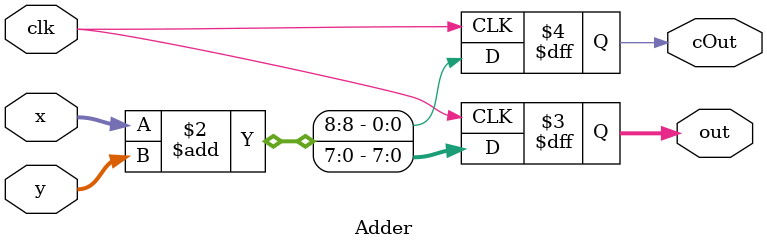
<source format=v>
module Adder(out, x, y, cOut, clk);

output reg [7:0] out;
output reg cOut;
input [3:0] x, y;
input clk;

reg [8:0] temp;
always @(posedge clk)
begin
temp = x + y;
cOut = temp[8];
out = temp[7:0];
end
endmodule

</source>
